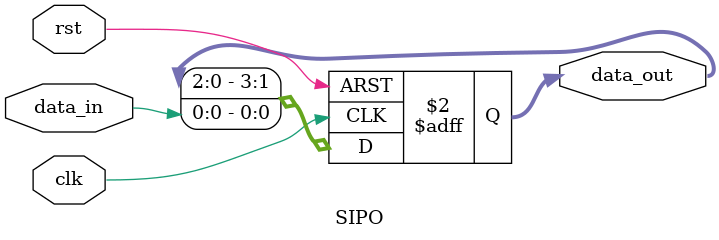
<source format=v>
module SIPO #(parameter width=4)(input clk,rst,data_in,output reg [width-1:0]data_out);
  always@(posedge clk or posedge rst)begin
    if(rst)
      data_out <= 1'b0;
    else 
      data_out <= {data_out[width-2:0],data_in};
  end
endmodule
      
      
  

</source>
